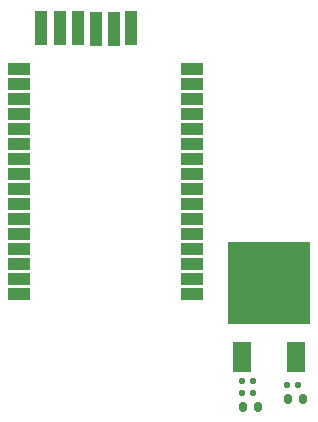
<source format=gtp>
G04*
G04 #@! TF.GenerationSoftware,Altium Limited,Altium Designer,23.2.1 (34)*
G04*
G04 Layer_Color=8421504*
%FSTAX44Y44*%
%MOMM*%
G71*
G04*
G04 #@! TF.SameCoordinates,0515AB9E-1A46-41C6-8C13-71CA13384C49*
G04*
G04*
G04 #@! TF.FilePolarity,Positive*
G04*
G01*
G75*
%ADD13R,1.8999X1.0701*%
%ADD14R,1.0000X3.0000*%
%ADD15R,1.5000X2.5000*%
%ADD16R,7.0000X7.0000*%
G04:AMPARAMS|DCode=17|XSize=0.5mm|YSize=0.51mm|CornerRadius=0.125mm|HoleSize=0mm|Usage=FLASHONLY|Rotation=0.000|XOffset=0mm|YOffset=0mm|HoleType=Round|Shape=RoundedRectangle|*
%AMROUNDEDRECTD17*
21,1,0.5000,0.2600,0,0,0.0*
21,1,0.2500,0.5100,0,0,0.0*
1,1,0.2500,0.1250,-0.1300*
1,1,0.2500,-0.1250,-0.1300*
1,1,0.2500,-0.1250,0.1300*
1,1,0.2500,0.1250,0.1300*
%
%ADD17ROUNDEDRECTD17*%
G04:AMPARAMS|DCode=18|XSize=0.71mm|YSize=0.81mm|CornerRadius=0.1775mm|HoleSize=0mm|Usage=FLASHONLY|Rotation=180.000|XOffset=0mm|YOffset=0mm|HoleType=Round|Shape=RoundedRectangle|*
%AMROUNDEDRECTD18*
21,1,0.7100,0.4550,0,0,180.0*
21,1,0.3550,0.8100,0,0,180.0*
1,1,0.3550,-0.1775,0.2275*
1,1,0.3550,0.1775,0.2275*
1,1,0.3550,0.1775,-0.2275*
1,1,0.3550,-0.1775,-0.2275*
%
%ADD18ROUNDEDRECTD18*%
D13*
X004655Y0037985D02*
D03*
Y0036715D02*
D03*
Y0035445D02*
D03*
Y0034175D02*
D03*
Y0032905D02*
D03*
Y0031635D02*
D03*
X00319099Y0027825D02*
D03*
Y0029095D02*
D03*
Y0030365D02*
D03*
X004655D02*
D03*
X00319099Y0031635D02*
D03*
Y0032905D02*
D03*
Y0034175D02*
D03*
Y0035445D02*
D03*
Y0036715D02*
D03*
Y0037985D02*
D03*
Y0039255D02*
D03*
Y0040525D02*
D03*
Y0041795D02*
D03*
Y0043065D02*
D03*
X004655Y0029095D02*
D03*
X00319099Y0044335D02*
D03*
Y0045605D02*
D03*
Y0046875D02*
D03*
X004655D02*
D03*
Y0045605D02*
D03*
Y0044335D02*
D03*
Y0043065D02*
D03*
Y0041795D02*
D03*
Y0040525D02*
D03*
Y0039255D02*
D03*
Y0027825D02*
D03*
D14*
X0039975Y00503D02*
D03*
X004145Y0050325D02*
D03*
X0038425Y00503D02*
D03*
X0035425Y005035D02*
D03*
X003695D02*
D03*
X0033775Y0050375D02*
D03*
D15*
X00554Y0022525D02*
D03*
X00508D02*
D03*
D16*
X00531Y0028775D02*
D03*
D17*
X00508Y002045D02*
D03*
X00517D02*
D03*
X00546308Y00201792D02*
D03*
X00555308D02*
D03*
X00508Y0019425D02*
D03*
X00517D02*
D03*
D18*
X005595Y0018925D02*
D03*
X005466D02*
D03*
X005085Y00183D02*
D03*
X005214D02*
D03*
M02*

</source>
